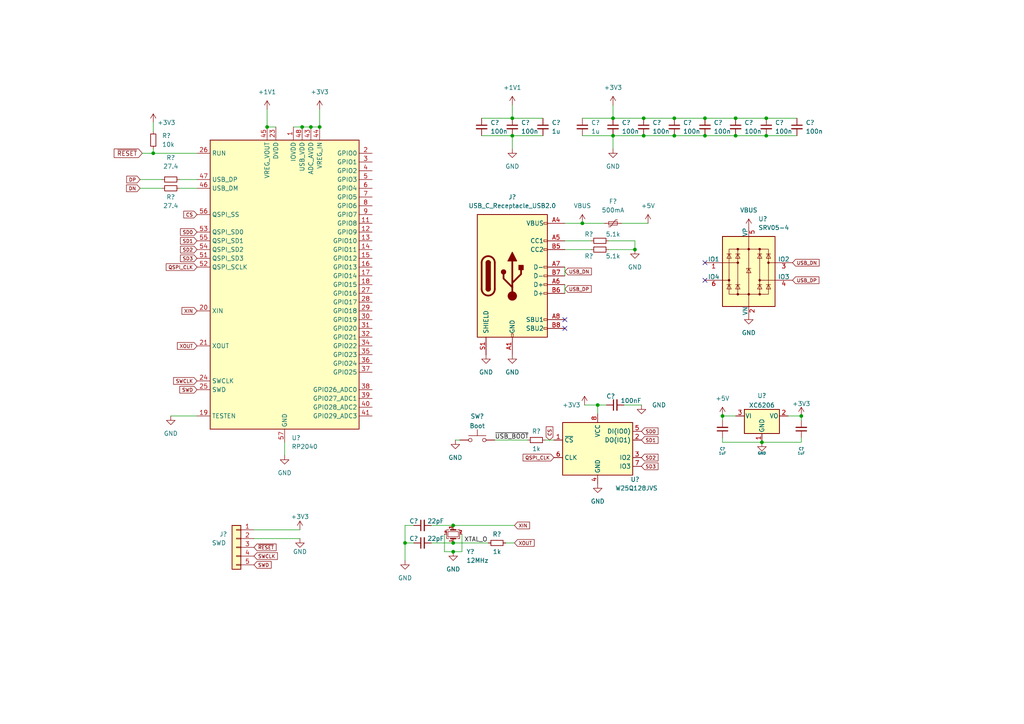
<source format=kicad_sch>
(kicad_sch (version 20211123) (generator eeschema)
  (paper "A4")
  (lib_symbols
    (symbol "Connector:USB_C_Receptacle_USB2.0" (pin_names (offset 1.016))
      (property "Reference" "J" (at -10.16 19.05 0))
      (property "Value" "USB_C_Receptacle_USB2.0" (at 19.05 19.05 0))
      (symbol "USB_C_Receptacle_USB2.0_0_0"
        (rectangle (start -0.254 -17.78) (end 0.254 -16.764))
        (rectangle (start 10.16 -14.986) (end 9.144 -15.494))
        (rectangle (start 10.16 -12.446) (end 9.144 -12.954))
        (rectangle (start 10.16 -4.826) (end 9.144 -5.334))
        (rectangle (start 10.16 -2.286) (end 9.144 -2.794))
        (rectangle (start 10.16 0.254) (end 9.144 -0.254))
        (rectangle (start 10.16 2.794) (end 9.144 2.286))
        (rectangle (start 10.16 7.874) (end 9.144 7.366))
        (rectangle (start 10.16 10.414) (end 9.144 9.906))
        (rectangle (start 10.16 15.494) (end 9.144 14.986))
      )
      (symbol "USB_C_Receptacle_USB2.0_0_1"
        (rectangle (start -10.16 17.78) (end 10.16 -17.78) (stroke (width 0.254)) (fill (type background)))
        (arc (start -8.89 -3.81) (mid -6.985 -5.715) (end -5.08 -3.81) (stroke (width 0.508)))
        (arc (start -7.62 -3.81) (mid -6.985 -4.445) (end -6.35 -3.81) (stroke (width 0.254)))
        (arc (start -7.62 -3.81) (mid -6.985 -4.445) (end -6.35 -3.81) (stroke (width 0.254)) (fill (type outline)))
        (rectangle (start -7.62 -3.81) (end -6.35 3.81) (stroke (width 0.254)) (fill (type outline)))
        (arc (start -6.35 3.81) (mid -6.985 4.445) (end -7.62 3.81) (stroke (width 0.254)))
        (arc (start -6.35 3.81) (mid -6.985 4.445) (end -7.62 3.81) (stroke (width 0.254)) (fill (type outline)))
        (arc (start -5.08 3.81) (mid -6.985 5.715) (end -8.89 3.81) (stroke (width 0.508)))
        (circle (center -2.54 1.143) (radius 0.635) (stroke (width 0.254)) (fill (type outline)))
        (circle (center 0 -5.842) (radius 1.27) (fill (type outline)))
        (polyline (pts (xy -8.89 -3.81) (xy -8.89 3.81)) (stroke (width 0.508)))
        (polyline (pts (xy -5.08 3.81) (xy -5.08 -3.81)) (stroke (width 0.508)))
        (polyline (pts (xy 0 -5.842) (xy 0 4.318)) (stroke (width 0.508)))
        (polyline (pts (xy 0 -3.302) (xy -2.54 -0.762) (xy -2.54 0.508)) (stroke (width 0.508)))
        (polyline (pts (xy 0 -2.032) (xy 2.54 0.508) (xy 2.54 1.778)) (stroke (width 0.508)))
        (polyline (pts (xy -1.27 4.318) (xy 0 6.858) (xy 1.27 4.318) (xy -1.27 4.318)) (stroke (width 0.254)) (fill (type outline)))
        (rectangle (start 1.905 1.778) (end 3.175 3.048) (stroke (width 0.254)) (fill (type outline)))
      )
      (symbol "USB_C_Receptacle_USB2.0_1_1"
        (pin passive line (at 0 -22.86 90) (length 5.08) (name "GND") (number "A1"))
        (pin passive line (at 0 -22.86 90) (length 5.08) hide (name "GND") (number "A12"))
        (pin passive line (at 15.24 15.24 180) (length 5.08) (name "VBUS") (number "A4"))
        (pin bidirectional line (at 15.24 10.16 180) (length 5.08) (name "CC1") (number "A5"))
        (pin bidirectional line (at 15.24 -2.54 180) (length 5.08) (name "D+") (number "A6"))
        (pin bidirectional line (at 15.24 2.54 180) (length 5.08) (name "D-") (number "A7"))
        (pin bidirectional line (at 15.24 -12.7 180) (length 5.08) (name "SBU1") (number "A8"))
        (pin passive line (at 15.24 15.24 180) (length 5.08) hide (name "VBUS") (number "A9"))
        (pin passive line (at 0 -22.86 90) (length 5.08) hide (name "GND") (number "B1"))
        (pin passive line (at 0 -22.86 90) (length 5.08) hide (name "GND") (number "B12"))
        (pin passive line (at 15.24 15.24 180) (length 5.08) hide (name "VBUS") (number "B4"))
        (pin bidirectional line (at 15.24 7.62 180) (length 5.08) (name "CC2") (number "B5"))
        (pin bidirectional line (at 15.24 -5.08 180) (length 5.08) (name "D+") (number "B6"))
        (pin bidirectional line (at 15.24 0 180) (length 5.08) (name "D-") (number "B7"))
        (pin bidirectional line (at 15.24 -15.24 180) (length 5.08) (name "SBU2") (number "B8"))
        (pin passive line (at 15.24 15.24 180) (length 5.08) hide (name "VBUS") (number "B9"))
        (pin passive line (at -7.62 -22.86 90) (length 5.08) (name "SHIELD") (number "S1"))
      )
    )
    (symbol "Connector_Generic:Conn_01x05" (pin_names (offset 1.016) hide)
      (property "Reference" "J" (at 0 7.62 0))
      (property "Value" "Conn_01x05" (at 0 -7.62 0))
      (symbol "Conn_01x05_1_1"
        (rectangle (start -1.27 -4.953) (end 0 -5.207) (stroke (width 0.1524)))
        (rectangle (start -1.27 -2.413) (end 0 -2.667) (stroke (width 0.1524)))
        (rectangle (start -1.27 0.127) (end 0 -0.127) (stroke (width 0.1524)))
        (rectangle (start -1.27 2.667) (end 0 2.413) (stroke (width 0.1524)))
        (rectangle (start -1.27 5.207) (end 0 4.953) (stroke (width 0.1524)))
        (rectangle (start -1.27 6.35) (end 1.27 -6.35) (stroke (width 0.254)) (fill (type background)))
        (pin passive line (at -5.08 5.08 0) (length 3.81) (name "Pin_1") (number "1"))
        (pin passive line (at -5.08 2.54 0) (length 3.81) (name "Pin_2") (number "2"))
        (pin passive line (at -5.08 0 0) (length 3.81) (name "Pin_3") (number "3"))
        (pin passive line (at -5.08 -2.54 0) (length 3.81) (name "Pin_4") (number "4"))
        (pin passive line (at -5.08 -5.08 0) (length 3.81) (name "Pin_5") (number "5"))
      )
    )
    (symbol "Device:C_Small" (pin_numbers hide) (pin_names (offset 0.254) hide)
      (property "Reference" "C" (at 0.254 1.778 0))
      (property "Value" "C_Small" (at 0.254 -2.032 0))
      (symbol "C_Small_0_1"
        (polyline (pts (xy -1.524 -0.508) (xy 1.524 -0.508)) (stroke (width 0.3302)))
        (polyline (pts (xy -1.524 0.508) (xy 1.524 0.508)) (stroke (width 0.3048)))
      )
      (symbol "C_Small_1_1"
        (pin passive line (at 0 2.54 270) (length 2.032) (name "~") (number "1"))
        (pin passive line (at 0 -2.54 90) (length 2.032) (name "~") (number "2"))
      )
    )
    (symbol "Device:Crystal_GND24_Small" (pin_names (offset 1.016) hide)
      (property "Reference" "Y" (at 1.27 4.445 0))
      (property "Value" "Crystal_GND24_Small" (at 1.27 2.54 0))
      (symbol "Crystal_GND24_Small_0_1"
        (rectangle (start -0.762 -1.524) (end 0.762 1.524))
        (polyline (pts (xy -1.27 -0.762) (xy -1.27 0.762)) (stroke (width 0.381)))
        (polyline (pts (xy 1.27 -0.762) (xy 1.27 0.762)) (stroke (width 0.381)))
        (polyline (pts (xy -1.27 -1.27) (xy -1.27 -1.905) (xy 1.27 -1.905) (xy 1.27 -1.27)))
        (polyline (pts (xy -1.27 1.27) (xy -1.27 1.905) (xy 1.27 1.905) (xy 1.27 1.27)))
      )
      (symbol "Crystal_GND24_Small_1_1"
        (pin passive line (at -2.54 0 0) (length 1.27) (name "1") (number "1"))
        (pin passive line (at 0 -2.54 90) (length 0.635) (name "2") (number "2"))
        (pin passive line (at 2.54 0 180) (length 1.27) (name "3") (number "3"))
        (pin passive line (at 0 2.54 270) (length 0.635) (name "4") (number "4"))
      )
    )
    (symbol "Device:Polyfuse_Small" (pin_numbers hide) (pin_names (offset 0))
      (property "Reference" "F" (at -1.905 0 90))
      (property "Value" "Polyfuse_Small" (at 1.905 0 90))
      (symbol "Polyfuse_Small_0_1"
        (rectangle (start -0.508 1.27) (end 0.508 -1.27))
        (polyline (pts (xy 0 2.54) (xy 0 -2.54)))
        (polyline (pts (xy -1.016 1.27) (xy -1.016 0.762) (xy 1.016 -0.762) (xy 1.016 -1.27)))
      )
      (symbol "Polyfuse_Small_1_1"
        (pin passive line (at 0 2.54 270) (length 0.635) (name "~") (number "1"))
        (pin passive line (at 0 -2.54 90) (length 0.635) (name "~") (number "2"))
      )
    )
    (symbol "Device:R_Small" (pin_numbers hide) (pin_names (offset 0.254) hide)
      (property "Reference" "R" (at 0.762 0.508 0))
      (property "Value" "R_Small" (at 0.762 -1.016 0))
      (symbol "R_Small_0_1"
        (rectangle (start -0.762 1.778) (end 0.762 -1.778) (stroke (width 0.2032)))
      )
      (symbol "R_Small_1_1"
        (pin passive line (at 0 2.54 270) (length 0.762) (name "~") (number "1"))
        (pin passive line (at 0 -2.54 90) (length 0.762) (name "~") (number "2"))
      )
    )
    (symbol "MCU_RaspberryPi:RP2040"
      (property "Reference" "U" (at 17.78 45.72 0))
      (property "Value" "RP2040" (at 17.78 43.18 0))
      (symbol "RP2040_0_1"
        (rectangle (start -21.59 41.91) (end 21.59 -41.91) (stroke (width 0.254)) (fill (type background)))
      )
      (symbol "RP2040_1_1"
        (pin power_in line (at 2.54 45.72 270) (length 3.81) (name "IOVDD") (number "1"))
        (pin passive line (at 2.54 45.72 270) (length 3.81) hide (name "IOVDD") (number "10"))
        (pin bidirectional line (at 25.4 17.78 180) (length 3.81) (name "GPIO8") (number "11"))
        (pin bidirectional line (at 25.4 15.24 180) (length 3.81) (name "GPIO9") (number "12"))
        (pin bidirectional line (at 25.4 12.7 180) (length 3.81) (name "GPIO10") (number "13"))
        (pin bidirectional line (at 25.4 10.16 180) (length 3.81) (name "GPIO11") (number "14"))
        (pin bidirectional line (at 25.4 7.62 180) (length 3.81) (name "GPIO12") (number "15"))
        (pin bidirectional line (at 25.4 5.08 180) (length 3.81) (name "GPIO13") (number "16"))
        (pin bidirectional line (at 25.4 2.54 180) (length 3.81) (name "GPIO14") (number "17"))
        (pin bidirectional line (at 25.4 0 180) (length 3.81) (name "GPIO15") (number "18"))
        (pin input line (at -25.4 -38.1 0) (length 3.81) (name "TESTEN") (number "19"))
        (pin bidirectional line (at 25.4 38.1 180) (length 3.81) (name "GPIO0") (number "2"))
        (pin input line (at -25.4 -7.62 0) (length 3.81) (name "XIN") (number "20"))
        (pin passive line (at -25.4 -17.78 0) (length 3.81) (name "XOUT") (number "21"))
        (pin passive line (at 2.54 45.72 270) (length 3.81) hide (name "IOVDD") (number "22"))
        (pin power_in line (at -2.54 45.72 270) (length 3.81) (name "DVDD") (number "23"))
        (pin output line (at -25.4 -27.94 0) (length 3.81) (name "SWCLK") (number "24"))
        (pin bidirectional line (at -25.4 -30.48 0) (length 3.81) (name "SWD") (number "25"))
        (pin input line (at -25.4 38.1 0) (length 3.81) (name "RUN") (number "26"))
        (pin bidirectional line (at 25.4 -2.54 180) (length 3.81) (name "GPIO16") (number "27"))
        (pin bidirectional line (at 25.4 -5.08 180) (length 3.81) (name "GPIO17") (number "28"))
        (pin bidirectional line (at 25.4 -7.62 180) (length 3.81) (name "GPIO18") (number "29"))
        (pin bidirectional line (at 25.4 35.56 180) (length 3.81) (name "GPIO1") (number "3"))
        (pin bidirectional line (at 25.4 -10.16 180) (length 3.81) (name "GPIO19") (number "30"))
        (pin bidirectional line (at 25.4 -12.7 180) (length 3.81) (name "GPIO20") (number "31"))
        (pin bidirectional line (at 25.4 -15.24 180) (length 3.81) (name "GPIO21") (number "32"))
        (pin passive line (at 2.54 45.72 270) (length 3.81) hide (name "IOVDD") (number "33"))
        (pin bidirectional line (at 25.4 -17.78 180) (length 3.81) (name "GPIO22") (number "34"))
        (pin bidirectional line (at 25.4 -20.32 180) (length 3.81) (name "GPIO23") (number "35"))
        (pin bidirectional line (at 25.4 -22.86 180) (length 3.81) (name "GPIO24") (number "36"))
        (pin bidirectional line (at 25.4 -25.4 180) (length 3.81) (name "GPIO25") (number "37"))
        (pin bidirectional line (at 25.4 -30.48 180) (length 3.81) (name "GPIO26_ADC0") (number "38"))
        (pin bidirectional line (at 25.4 -33.02 180) (length 3.81) (name "GPIO27_ADC1") (number "39"))
        (pin bidirectional line (at 25.4 33.02 180) (length 3.81) (name "GPIO2") (number "4"))
        (pin bidirectional line (at 25.4 -35.56 180) (length 3.81) (name "GPIO28_ADC2") (number "40"))
        (pin bidirectional line (at 25.4 -38.1 180) (length 3.81) (name "GPIO29_ADC3") (number "41"))
        (pin passive line (at 2.54 45.72 270) (length 3.81) hide (name "IOVDD") (number "42"))
        (pin power_in line (at 7.62 45.72 270) (length 3.81) (name "ADC_AVDD") (number "43"))
        (pin power_in line (at 10.16 45.72 270) (length 3.81) (name "VREG_IN") (number "44"))
        (pin power_out line (at -5.08 45.72 270) (length 3.81) (name "VREG_VOUT") (number "45"))
        (pin bidirectional line (at -25.4 27.94 0) (length 3.81) (name "USB_DM") (number "46"))
        (pin bidirectional line (at -25.4 30.48 0) (length 3.81) (name "USB_DP") (number "47"))
        (pin power_in line (at 5.08 45.72 270) (length 3.81) (name "USB_VDD") (number "48"))
        (pin passive line (at 2.54 45.72 270) (length 3.81) hide (name "IOVDD") (number "49"))
        (pin bidirectional line (at 25.4 30.48 180) (length 3.81) (name "GPIO3") (number "5"))
        (pin passive line (at -2.54 45.72 270) (length 3.81) hide (name "DVDD") (number "50"))
        (pin bidirectional line (at -25.4 7.62 0) (length 3.81) (name "QSPI_SD3") (number "51"))
        (pin output line (at -25.4 5.08 0) (length 3.81) (name "QSPI_SCLK") (number "52"))
        (pin bidirectional line (at -25.4 15.24 0) (length 3.81) (name "QSPI_SD0") (number "53"))
        (pin bidirectional line (at -25.4 10.16 0) (length 3.81) (name "QSPI_SD2") (number "54"))
        (pin bidirectional line (at -25.4 12.7 0) (length 3.81) (name "QSPI_SD1") (number "55"))
        (pin bidirectional line (at -25.4 20.32 0) (length 3.81) (name "QSPI_SS") (number "56"))
        (pin power_in line (at 0 -45.72 90) (length 3.81) (name "GND") (number "57"))
        (pin bidirectional line (at 25.4 27.94 180) (length 3.81) (name "GPIO4") (number "6"))
        (pin bidirectional line (at 25.4 25.4 180) (length 3.81) (name "GPIO5") (number "7"))
        (pin bidirectional line (at 25.4 22.86 180) (length 3.81) (name "GPIO6") (number "8"))
        (pin bidirectional line (at 25.4 20.32 180) (length 3.81) (name "GPIO7") (number "9"))
      )
    )
    (symbol "Memory_Flash:W25Q128JVS"
      (property "Reference" "U" (at -8.89 8.89 0))
      (property "Value" "W25Q128JVS" (at 7.62 8.89 0))
      (symbol "W25Q128JVS_0_1"
        (rectangle (start -10.16 7.62) (end 10.16 -7.62) (stroke (width 0.254)) (fill (type background)))
      )
      (symbol "W25Q128JVS_1_1"
        (pin input line (at -12.7 2.54 0) (length 2.54) (name "~{CS}") (number "1"))
        (pin bidirectional line (at 12.7 2.54 180) (length 2.54) (name "DO(IO1)") (number "2"))
        (pin bidirectional line (at 12.7 -2.54 180) (length 2.54) (name "IO2") (number "3"))
        (pin power_in line (at 0 -10.16 90) (length 2.54) (name "GND") (number "4"))
        (pin bidirectional line (at 12.7 5.08 180) (length 2.54) (name "DI(IO0)") (number "5"))
        (pin input line (at -12.7 -2.54 0) (length 2.54) (name "CLK") (number "6"))
        (pin bidirectional line (at 12.7 -5.08 180) (length 2.54) (name "IO3") (number "7"))
        (pin power_in line (at 0 10.16 270) (length 2.54) (name "VCC") (number "8"))
      )
    )
    (symbol "Regulator_Linear:XC6206PxxxMR" (pin_names (offset 0.254))
      (property "Reference" "U" (at -3.81 3.175 0))
      (property "Value" "XC6206PxxxMR" (at 0 3.175 0))
      (symbol "XC6206PxxxMR_0_1"
        (rectangle (start -5.08 1.905) (end 5.08 -5.08) (stroke (width 0.254)) (fill (type background)))
      )
      (symbol "XC6206PxxxMR_1_1"
        (pin power_in line (at 0 -7.62 90) (length 2.54) (name "GND") (number "1"))
        (pin power_out line (at 7.62 0 180) (length 2.54) (name "VO") (number "2"))
        (pin power_in line (at -7.62 0 0) (length 2.54) (name "VI") (number "3"))
      )
    )
    (symbol "Switch:SW_Push" (pin_numbers hide) (pin_names (offset 1.016) hide)
      (property "Reference" "SW" (at 1.27 2.54 0))
      (property "Value" "SW_Push" (at 0 -1.524 0))
      (symbol "SW_Push_0_1"
        (circle (center -2.032 0) (radius 0.508))
        (polyline (pts (xy 0 1.27) (xy 0 3.048)))
        (polyline (pts (xy 2.54 1.27) (xy -2.54 1.27)))
        (circle (center 2.032 0) (radius 0.508))
        (pin passive line (at -5.08 0 0) (length 2.54) (name "1") (number "1"))
        (pin passive line (at 5.08 0 180) (length 2.54) (name "2") (number "2"))
      )
    )
    (symbol "marbastlib-various:SRV05-4" (pin_names (offset 0))
      (property "Reference" "U" (at -5.08 11.43 0))
      (property "Value" "SRV05-4" (at 2.54 11.43 0))
      (symbol "SRV05-4_0_0"
        (rectangle (start -5.715 6.477) (end 5.715 -6.604))
        (polyline (pts (xy -3.175 -6.604) (xy -3.175 6.477)))
        (polyline (pts (xy 3.175 6.477) (xy 3.175 -6.604)))
      )
      (symbol "SRV05-4_0_1"
        (rectangle (start -7.62 10.16) (end 7.62 -10.16) (stroke (width 0.254)) (fill (type background)))
        (circle (center -5.715 -2.54) (radius 0.2794) (fill (type outline)))
        (circle (center -3.175 -6.604) (radius 0.2794) (fill (type outline)))
        (circle (center -3.175 2.54) (radius 0.2794) (fill (type outline)))
        (circle (center -3.175 6.477) (radius 0.2794) (fill (type outline)))
        (circle (center 0 -6.604) (radius 0.2794) (fill (type outline)))
        (polyline (pts (xy -7.747 2.54) (xy -3.175 2.54)))
        (polyline (pts (xy -7.62 -2.54) (xy -5.715 -2.54)))
        (polyline (pts (xy -5.08 -3.81) (xy -6.35 -3.81)))
        (polyline (pts (xy -5.08 5.08) (xy -6.35 5.08)))
        (polyline (pts (xy -2.54 -3.81) (xy -3.81 -3.81)))
        (polyline (pts (xy -2.54 5.08) (xy -3.81 5.08)))
        (polyline (pts (xy 0 10.16) (xy 0 -10.16)))
        (polyline (pts (xy 3.81 -3.81) (xy 2.54 -3.81)))
        (polyline (pts (xy 3.81 5.08) (xy 2.54 5.08)))
        (polyline (pts (xy 6.35 -3.81) (xy 5.08 -3.81)))
        (polyline (pts (xy 6.35 5.08) (xy 5.08 5.08)))
        (polyline (pts (xy 7.62 -2.54) (xy 3.175 -2.54)))
        (polyline (pts (xy 7.62 2.54) (xy 5.715 2.54)))
        (polyline (pts (xy 0.635 0.889) (xy -0.635 0.889) (xy -0.635 0.635)))
        (polyline (pts (xy -5.08 -5.08) (xy -6.35 -5.08) (xy -5.715 -3.81) (xy -5.08 -5.08)))
        (polyline (pts (xy -5.08 3.81) (xy -6.35 3.81) (xy -5.715 5.08) (xy -5.08 3.81)))
        (polyline (pts (xy -2.54 -5.08) (xy -3.81 -5.08) (xy -3.175 -3.81) (xy -2.54 -5.08)))
        (polyline (pts (xy -2.54 3.81) (xy -3.81 3.81) (xy -3.175 5.08) (xy -2.54 3.81)))
        (polyline (pts (xy 0.635 -0.381) (xy -0.635 -0.381) (xy 0 0.889) (xy 0.635 -0.381)))
        (polyline (pts (xy 3.81 -5.08) (xy 2.54 -5.08) (xy 3.175 -3.81) (xy 3.81 -5.08)))
        (polyline (pts (xy 3.81 3.81) (xy 2.54 3.81) (xy 3.175 5.08) (xy 3.81 3.81)))
        (polyline (pts (xy 6.35 -5.08) (xy 5.08 -5.08) (xy 5.715 -3.81) (xy 6.35 -5.08)))
        (polyline (pts (xy 6.35 3.81) (xy 5.08 3.81) (xy 5.715 5.08) (xy 6.35 3.81)))
        (circle (center 0 6.477) (radius 0.2794) (fill (type outline)))
        (circle (center 3.175 -6.604) (radius 0.2794) (fill (type outline)))
        (circle (center 3.175 -2.54) (radius 0.2794) (fill (type outline)))
        (circle (center 3.175 6.477) (radius 0.2794) (fill (type outline)))
        (circle (center 5.715 2.54) (radius 0.2794) (fill (type outline)))
      )
      (symbol "SRV05-4_1_1"
        (pin passive line (at -12.7 2.54 0) (length 5.08) (name "IO1") (number "1"))
        (pin passive line (at 0 -12.7 90) (length 2.54) (name "VN") (number "2"))
        (pin passive line (at 12.7 2.54 180) (length 5.08) (name "IO2") (number "3"))
        (pin passive line (at 12.7 -2.54 180) (length 5.08) (name "IO3") (number "4"))
        (pin passive line (at 0 12.7 270) (length 2.54) (name "VP") (number "5"))
        (pin passive line (at -12.7 -2.54 0) (length 5.08) (name "IO4") (number "6"))
      )
    )
    (symbol "power:+1V1" (power) (pin_names (offset 0))
      (property "Value" "+1V1" (at 0 3.556 0))
      (symbol "+1V1_0_1"
        (polyline (pts (xy -0.762 1.27) (xy 0 2.54)))
        (polyline (pts (xy 0 0) (xy 0 2.54)))
        (polyline (pts (xy 0 2.54) (xy 0.762 1.27)))
      )
      (symbol "+1V1_1_1"
        (pin power_in line (at 0 0 90) (length 0) hide (name "+1V1") (number "1"))
      )
    )
    (symbol "power:+3.3V" (power) (pin_names (offset 0))
      (property "Value" "+3.3V" (at 0 3.556 0))
      (symbol "+3.3V_0_1"
        (polyline (pts (xy -0.762 1.27) (xy 0 2.54)))
        (polyline (pts (xy 0 0) (xy 0 2.54)))
        (polyline (pts (xy 0 2.54) (xy 0.762 1.27)))
      )
      (symbol "+3.3V_1_1"
        (pin power_in line (at 0 0 90) (length 0) hide (name "+3V3") (number "1"))
      )
    )
    (symbol "power:+3V3" (power) (pin_names (offset 0))
      (property "Value" "+3V3" (at 0 3.556 0))
      (symbol "+3V3_0_1"
        (polyline (pts (xy -0.762 1.27) (xy 0 2.54)))
        (polyline (pts (xy 0 0) (xy 0 2.54)))
        (polyline (pts (xy 0 2.54) (xy 0.762 1.27)))
      )
      (symbol "+3V3_1_1"
        (pin power_in line (at 0 0 90) (length 0) hide (name "+3V3") (number "1"))
      )
    )
    (symbol "power:+5V" (power) (pin_names (offset 0))
      (property "Value" "+5V" (at 0 3.556 0))
      (symbol "+5V_0_1"
        (polyline (pts (xy -0.762 1.27) (xy 0 2.54)))
        (polyline (pts (xy 0 0) (xy 0 2.54)))
        (polyline (pts (xy 0 2.54) (xy 0.762 1.27)))
      )
      (symbol "+5V_1_1"
        (pin power_in line (at 0 0 90) (length 0) hide (name "+5V") (number "1"))
      )
    )
    (symbol "power:GND" (power) (pin_names (offset 0))
      (property "Value" "GND" (at 0 -3.81 0))
      (symbol "GND_0_1"
        (polyline (pts (xy 0 0) (xy 0 -1.27) (xy 1.27 -1.27) (xy 0 -2.54) (xy -1.27 -1.27) (xy 0 -1.27)))
      )
      (symbol "GND_1_1"
        (pin power_in line (at 0 0 270) (length 0) hide (name "GND") (number "1"))
      )
    )
    (symbol "power:VBUS" (power) (pin_names (offset 0))
      (property "Value" "VBUS" (at 0 3.81 0))
      (symbol "VBUS_0_1"
        (polyline (pts (xy -0.762 1.27) (xy 0 2.54)))
        (polyline (pts (xy 0 0) (xy 0 2.54)))
        (polyline (pts (xy 0 2.54) (xy 0.762 1.27)))
      )
      (symbol "VBUS_1_1"
        (pin power_in line (at 0 0 90) (length 0) hide (name "VBUS") (number "1"))
      )
    )
  )
  (junction (at 195.58 39.37))
  (junction (at 131.445 152.4))
  (junction (at 209.55 120.65) (diameter 0.9144))
  (junction (at 222.25 34.29))
  (junction (at 168.91 64.77))
  (junction (at 213.36 34.29))
  (junction (at 148.59 39.37))
  (junction (at 186.69 39.37))
  (junction (at 131.445 160.02))
  (junction (at 177.8 39.37))
  (junction (at 222.25 39.37))
  (junction (at 77.47 36.83))
  (junction (at 87.63 36.83))
  (junction (at 44.45 44.45))
  (junction (at 186.69 34.29))
  (junction (at 90.17 36.83))
  (junction (at 220.98 128.27) (diameter 0.9144))
  (junction (at 177.8 34.29))
  (junction (at 117.475 157.48))
  (junction (at 204.47 34.29))
  (junction (at 131.445 157.48))
  (junction (at 148.59 34.29))
  (junction (at 204.47 39.37))
  (junction (at 173.355 117.475))
  (junction (at 92.71 36.83))
  (junction (at 195.58 34.29))
  (junction (at 213.36 39.37))
  (junction (at 184.15 72.39))
  (junction (at 232.41 120.65) (diameter 0.9144))
  (no_connect (at 204.47 81.28))
  (no_connect (at 163.83 92.71))
  (no_connect (at 163.83 95.25))
  (no_connect (at 204.47 76.2))
  (wire (pts (xy 139.7 39.37) (xy 148.59 39.37)))
  (wire (pts (xy 195.58 34.29) (xy 204.47 34.29)))
  (wire (pts (xy 173.355 117.475) (xy 173.355 120.015)))
  (wire (pts (xy 44.45 35.56) (xy 44.45 38.1)))
  (wire (pts (xy 40.64 54.61) (xy 46.99 54.61)))
  (wire (pts (xy 148.59 39.37) (xy 157.48 39.37)))
  (wire (pts (xy 163.83 69.85) (xy 171.45 69.85)))
  (wire (pts (xy 222.25 34.29) (xy 231.14 34.29)))
  (wire (pts (xy 177.8 34.29) (xy 186.69 34.29)))
  (wire (pts (xy 41.275 44.45) (xy 44.45 44.45)))
  (wire (pts (xy 120.015 152.4) (xy 117.475 152.4)))
  (wire (pts (xy 148.59 30.48) (xy 148.59 34.29)))
  (wire (pts (xy 176.53 72.39) (xy 184.15 72.39)))
  (wire (pts (xy 131.445 152.4) (xy 149.225 152.4)))
  (wire (pts (xy 73.66 156.21) (xy 86.995 156.21)))
  (wire (pts (xy 186.69 34.29) (xy 195.58 34.29)))
  (wire (pts (xy 168.91 39.37) (xy 177.8 39.37)))
  (wire (pts (xy 128.905 154.94) (xy 128.905 160.02)))
  (wire (pts (xy 176.53 69.85) (xy 184.15 69.85)))
  (wire (pts (xy 169.545 117.475) (xy 173.355 117.475)))
  (wire (pts (xy 220.98 128.27) (xy 209.55 128.27)))
  (wire (pts (xy 222.25 39.37) (xy 231.14 39.37)))
  (wire (pts (xy 117.475 157.48) (xy 117.475 162.56)))
  (wire (pts (xy 209.55 120.65) (xy 209.55 121.92)))
  (wire (pts (xy 168.91 64.77) (xy 175.26 64.77)))
  (wire (pts (xy 163.83 77.47) (xy 163.83 80.01)))
  (wire (pts (xy 204.47 39.37) (xy 213.36 39.37)))
  (wire (pts (xy 209.55 127) (xy 209.55 128.27)))
  (wire (pts (xy 209.55 120.65) (xy 213.36 120.65)))
  (wire (pts (xy 163.83 82.55) (xy 163.83 85.09)))
  (wire (pts (xy 125.095 152.4) (xy 131.445 152.4)))
  (wire (pts (xy 177.8 39.37) (xy 186.69 39.37)))
  (wire (pts (xy 186.69 39.37) (xy 195.58 39.37)))
  (wire (pts (xy 148.59 34.29) (xy 157.48 34.29)))
  (wire (pts (xy 146.685 157.48) (xy 149.225 157.48)))
  (wire (pts (xy 195.58 39.37) (xy 204.47 39.37)))
  (wire (pts (xy 143.51 127.635) (xy 153.035 127.635)))
  (wire (pts (xy 177.8 30.48) (xy 177.8 34.29)))
  (wire (pts (xy 213.36 39.37) (xy 222.25 39.37)))
  (wire (pts (xy 228.6 120.65) (xy 232.41 120.65)))
  (wire (pts (xy 163.83 64.77) (xy 168.91 64.77)))
  (wire (pts (xy 77.47 36.83) (xy 77.47 31.75)))
  (wire (pts (xy 52.07 54.61) (xy 57.15 54.61)))
  (wire (pts (xy 128.905 160.02) (xy 131.445 160.02)))
  (wire (pts (xy 49.53 120.65) (xy 57.15 120.65)))
  (wire (pts (xy 232.41 127) (xy 232.41 128.27)))
  (wire (pts (xy 184.15 69.85) (xy 184.15 72.39)))
  (wire (pts (xy 82.55 128.27) (xy 82.55 132.08)))
  (wire (pts (xy 92.71 36.83) (xy 92.71 31.75)))
  (wire (pts (xy 180.34 64.77) (xy 187.96 64.77)))
  (wire (pts (xy 87.63 36.83) (xy 90.17 36.83)))
  (wire (pts (xy 180.975 117.475) (xy 186.055 117.475)))
  (wire (pts (xy 133.985 160.02) (xy 131.445 160.02)))
  (wire (pts (xy 204.47 34.29) (xy 213.36 34.29)))
  (wire (pts (xy 139.7 34.29) (xy 148.59 34.29)))
  (wire (pts (xy 132.08 127.635) (xy 133.35 127.635)))
  (wire (pts (xy 117.475 152.4) (xy 117.475 157.48)))
  (wire (pts (xy 85.09 36.83) (xy 87.63 36.83)))
  (wire (pts (xy 163.83 72.39) (xy 171.45 72.39)))
  (wire (pts (xy 86.995 153.67) (xy 73.66 153.67)))
  (wire (pts (xy 40.64 52.07) (xy 46.99 52.07)))
  (wire (pts (xy 44.45 44.45) (xy 57.15 44.45)))
  (wire (pts (xy 133.985 154.94) (xy 133.985 160.02)))
  (wire (pts (xy 173.355 117.475) (xy 175.895 117.475)))
  (wire (pts (xy 148.59 39.37) (xy 148.59 43.18)))
  (wire (pts (xy 90.17 36.83) (xy 92.71 36.83)))
  (wire (pts (xy 213.36 34.29) (xy 222.25 34.29)))
  (wire (pts (xy 52.07 52.07) (xy 57.15 52.07)))
  (wire (pts (xy 131.445 157.48) (xy 141.605 157.48)))
  (wire (pts (xy 80.01 36.83) (xy 77.47 36.83)))
  (wire (pts (xy 220.98 128.27) (xy 232.41 128.27)))
  (wire (pts (xy 232.41 120.65) (xy 232.41 121.92)))
  (wire (pts (xy 168.91 34.29) (xy 177.8 34.29)))
  (wire (pts (xy 177.8 39.37) (xy 177.8 43.18)))
  (wire (pts (xy 125.095 157.48) (xy 131.445 157.48)))
  (wire (pts (xy 158.115 127.635) (xy 160.655 127.635)))
  (wire (pts (xy 44.45 43.18) (xy 44.45 44.45)))
  (wire (pts (xy 117.475 157.48) (xy 120.015 157.48)))
  (label "XTAL_O" (at 134.62 157.48 0))
  (label "~{USB_BOOT}" (at 143.51 127.635 0))
  (global_label "XIN" (shape input) (at 149.225 152.4 0) (effects (font (size 1 1))) (property "Intersheet References" "${INTERSHEET_REFS}" (effects hide)))
  (global_label "SD1" (shape input) (at 57.15 69.85 180) (effects (font (size 1 1))) (property "Intersheet References" "${INTERSHEET_REFS}" (effects hide)))
  (global_label "CS" (shape input) (at 57.15 62.23 180) (effects (font (size 1 1))) (property "Intersheet References" "${INTERSHEET_REFS}" (effects hide)))
  (global_label "DP" (shape input) (at 40.64 52.07 180) (effects (font (size 1 1))) (property "Intersheet References" "${INTERSHEET_REFS}" (effects hide)))
  (global_label "XOUT" (shape input) (at 149.225 157.48 0) (effects (font (size 1 1))) (property "Intersheet References" "${INTERSHEET_REFS}" (effects hide)))
  (global_label "SWCLK" (shape input) (at 57.15 110.49 180) (effects (font (size 1 1))) (property "Intersheet References" "${INTERSHEET_REFS}" (effects hide)))
  (global_label "CS" (shape input) (at 159.385 127.635 90) (effects (font (size 1 1))) (property "Intersheet References" "${INTERSHEET_REFS}" (effects hide)))
  (global_label "SD0" (shape input) (at 186.055 125.095 0) (effects (font (size 1 1))) (property "Intersheet References" "${INTERSHEET_REFS}" (effects hide)))
  (global_label "USB_DN" (shape input) (at 163.83 78.74 0) (effects (font (size 1 1))) (property "Intersheet References" "${INTERSHEET_REFS}" (effects hide)))
  (global_label "XIN" (shape input) (at 57.15 90.17 180) (effects (font (size 1 1))) (property "Intersheet References" "${INTERSHEET_REFS}" (effects hide)))
  (global_label "DN" (shape input) (at 40.64 54.61 180) (effects (font (size 1 1))) (property "Intersheet References" "${INTERSHEET_REFS}" (effects hide)))
  (global_label "SWD" (shape input) (at 57.15 113.03 180) (effects (font (size 1 1))) (property "Intersheet References" "${INTERSHEET_REFS}" (effects hide)))
  (global_label "SWD" (shape input) (at 73.66 163.83 0) (effects (font (size 1 1))) (property "Intersheet References" "${INTERSHEET_REFS}" (effects hide)))
  (global_label "~{RESET}" (shape input) (at 41.275 44.45 180) (property "Intersheet References" "${INTERSHEET_REFS}" (effects hide)))
  (global_label "QSPI_CLK" (shape input) (at 57.15 77.47 180) (effects (font (size 1 1))) (property "Intersheet References" "${INTERSHEET_REFS}" (effects hide)))
  (global_label "USB_DP" (shape input) (at 229.87 81.28 0) (effects (font (size 1 1))) (property "Intersheet References" "${INTERSHEET_REFS}" (effects hide)))
  (global_label "SD2" (shape input) (at 57.15 72.39 180) (effects (font (size 1 1))) (property "Intersheet References" "${INTERSHEET_REFS}" (effects hide)))
  (global_label "~{RESET}" (shape input) (at 73.66 158.75 0) (effects (font (size 1 1))) (property "Intersheet References" "${INTERSHEET_REFS}" (effects hide)))
  (global_label "SWCLK" (shape input) (at 73.66 161.29 0) (effects (font (size 1 1))) (property "Intersheet References" "${INTERSHEET_REFS}" (effects hide)))
  (global_label "SD3" (shape input) (at 57.15 74.93 180) (effects (font (size 1 1))) (property "Intersheet References" "${INTERSHEET_REFS}" (effects hide)))
  (global_label "SD3" (shape input) (at 186.055 135.255 0) (effects (font (size 1 1))) (property "Intersheet References" "${INTERSHEET_REFS}" (effects hide)))
  (global_label "QSPI_CLK" (shape input) (at 160.655 132.715 180) (effects (font (size 1 1))) (property "Intersheet References" "${INTERSHEET_REFS}" (effects hide)))
  (global_label "SD0" (shape input) (at 57.15 67.31 180) (effects (font (size 1 1))) (property "Intersheet References" "${INTERSHEET_REFS}" (effects hide)))
  (global_label "SD2" (shape input) (at 186.055 132.715 0) (effects (font (size 1 1))) (property "Intersheet References" "${INTERSHEET_REFS}" (effects hide)))
  (global_label "SD1" (shape input) (at 186.055 127.635 0) (effects (font (size 1 1))) (property "Intersheet References" "${INTERSHEET_REFS}" (effects hide)))
  (global_label "USB_DN" (shape input) (at 229.87 76.2 0) (effects (font (size 1 1))) (property "Intersheet References" "${INTERSHEET_REFS}" (effects hide)))
  (global_label "XOUT" (shape input) (at 57.15 100.33 180) (effects (font (size 1 1))) (property "Intersheet References" "${INTERSHEET_REFS}" (effects hide)))
  (global_label "USB_DP" (shape input) (at 163.83 83.82 0) (effects (font (size 1 1))) (property "Intersheet References" "${INTERSHEET_REFS}" (effects hide)))
  (symbol (lib_id "power:+1V1") (at 148.59 30.48 0) (unit 1)
    (property "Reference" "#PWR?" (effects hide))
    (property "Value" "+1V1" (at 148.59 25.4 0))
  )
  (symbol (lib_id "Device:C_Small") (at 195.58 36.83 0) (unit 1)
    (property "Reference" "C?" (at 198.12 35.5662 0) (effects (justify left)))
    (property "Value" "100n" (at 198.12 38.1062 0) (effects (justify left)))
  )
  (symbol (lib_id "Device:Crystal_GND24_Small") (at 131.445 154.94 90) (unit 1)
    (property "Reference" "Y?" (at 135.255 160.02 90) (effects (justify right)))
    (property "Value" "12MHz" (at 135.255 162.56 90) (effects (justify right)))
    (property "Footprint" "Crystal:Crystal_SMD_3225-4Pin_3.2x2.5mm" (effects hide))
    (property "LCSC" "C9002" (effects hide))
  )
  (symbol (lib_id "Device:C_Small") (at 204.47 36.83 0) (unit 1)
    (property "Reference" "C?" (at 207.01 35.5662 0) (effects (justify left)))
    (property "Value" "100n" (at 207.01 38.1062 0) (effects (justify left)))
  )
  (symbol (lib_id "power:GND") (at 82.55 132.08 0) (unit 1)
    (property "Reference" "#PWR?" (effects hide))
    (property "Value" "GND" (at 82.55 137.16 0))
  )
  (symbol (lib_id "power:+3V3") (at 44.45 35.56 0) (unit 1)
    (property "Reference" "#PWR?" (effects hide))
    (property "Value" "+3V3" (at 48.26 35.56 0))
  )
  (symbol (lib_id "Device:R_Small") (at 49.53 54.61 270) (unit 1)
    (property "Reference" "R?" (at 49.53 57.15 90))
    (property "Value" "27.4" (at 49.53 59.69 90))
  )
  (symbol (lib_id "Connector:USB_C_Receptacle_USB2.0") (at 148.59 80.01 0) (unit 1)
    (property "Reference" "J?" (at 148.59 57.15 0))
    (property "Value" "USB_C_Receptacle_USB2.0" (at 148.59 59.69 0))
    (property "Datasheet" "https://www.usb.org/sites/default/files/documents/usb_type-c.zip" (effects hide))
  )
  (symbol (lib_id "Device:C_Small") (at 168.91 36.83 0) (unit 1)
    (property "Reference" "C?" (at 171.45 35.5662 0) (effects (justify left)))
    (property "Value" "1u" (at 171.45 38.1062 0) (effects (justify left)))
  )
  (symbol (lib_id "power:+5V") (at 187.96 64.77 0) (unit 1)
    (property "Reference" "#PWR?" (effects hide))
    (property "Value" "+5V" (at 187.96 59.69 0))
  )
  (symbol (lib_id "Device:C_Small") (at 222.25 36.83 0) (unit 1)
    (property "Reference" "C?" (at 224.79 35.5662 0) (effects (justify left)))
    (property "Value" "100n" (at 224.79 38.1062 0) (effects (justify left)))
  )
  (symbol (lib_id "power:GND") (at 86.995 156.21 0) (unit 1)
    (property "Reference" "#PWR?" (effects hide))
    (property "Value" "GND" (at 86.995 160.02 0))
  )
  (symbol (lib_id "power:GND") (at 49.53 120.65 0) (unit 1)
    (property "Reference" "#PWR?" (effects hide))
    (property "Value" "GND" (at 49.53 125.73 0))
  )
  (symbol (lib_id "Device:Polyfuse_Small") (at 177.8 64.77 90) (unit 1)
    (property "Reference" "F?" (at 177.8 58.42 90))
    (property "Value" "500mA" (at 177.8 60.96 90))
  )
  (symbol (lib_id "Device:C_Small") (at 186.69 36.83 0) (unit 1)
    (property "Reference" "C?" (at 189.23 35.5662 0) (effects (justify left)))
    (property "Value" "100n" (at 189.23 38.1062 0) (effects (justify left)))
  )
  (symbol (lib_id "power:+3V3") (at 92.71 31.75 0) (unit 1)
    (property "Reference" "#PWR?" (effects hide))
    (property "Value" "+3V3" (at 92.71 26.67 0))
  )
  (symbol (lib_id "Device:R_Small") (at 155.575 127.635 90) (unit 1)
    (property "Reference" "R?" (at 155.575 125.095 90))
    (property "Value" "1k" (at 155.575 130.175 90))
    (property "Footprint" "Resistor_SMD:R_0402_1005Metric" (effects hide))
    (property "LCSC" "C11702" (effects hide))
  )
  (symbol (lib_id "Device:C_Small") (at 232.41 124.46 180) (unit 1)
    (property "Reference" "C?" (at 232.41 130.175 0) (effects (font (size 0.762 0.762))))
    (property "Value" "1uF" (at 232.41 131.445 0) (effects (font (size 0.762 0.762))))
    (property "Footprint" "Capacitor_SMD:C_0402_1005Metric" (effects hide))
    (property "LCSC" "C52923" (effects hide))
  )
  (symbol (lib_id "power:+1V1") (at 77.47 31.75 0) (unit 1)
    (property "Reference" "#PWR?" (effects hide))
    (property "Value" "+1V1" (at 77.47 26.67 0))
  )
  (symbol (lib_id "power:GND") (at 220.98 128.27 0) (unit 1)
    (property "Reference" "#PWR?" (effects hide))
    (property "Value" "GND" (at 220.98 131.445 0) (effects (font (size 0.762 0.762))))
  )
  (symbol (lib_id "Memory_Flash:W25Q128JVS") (at 173.355 130.175 0) (unit 1)
    (property "Reference" "U?" (at 182.88 139.065 0) (effects (justify left)))
    (property "Value" "W25Q128JVS" (at 178.435 141.605 0) (effects (justify left)))
    (property "Footprint" "Package_SO:SOIC-8_5.23x5.23mm_P1.27mm" (effects hide))
    (property "Datasheet" "http://www.winbond.com/resource-files/w25q128jv_dtr%20revc%2003272018%20plus.pdf" (effects hide))
    (property "LCSC" "C97521" (effects hide))
  )
  (symbol (lib_id "power:+3V3") (at 86.995 153.67 0) (unit 1)
    (property "Reference" "#PWR?" (effects hide))
    (property "Value" "+3V3" (at 86.995 149.86 0))
  )
  (symbol (lib_id "power:GND") (at 140.97 102.87 0) (unit 1)
    (property "Reference" "#PWR?" (effects hide))
    (property "Value" "GND" (at 140.97 107.95 0))
  )
  (symbol (lib_id "Device:C_Small") (at 148.59 36.83 0) (unit 1)
    (property "Reference" "C?" (at 151.13 35.5662 0) (effects (justify left)))
    (property "Value" "100n" (at 151.13 38.1062 0) (effects (justify left)))
  )
  (symbol (lib_id "power:GND") (at 184.15 72.39 0) (unit 1)
    (property "Reference" "#PWR?" (effects hide))
    (property "Value" "GND" (at 184.15 77.47 0))
  )
  (symbol (lib_id "marbastlib-various:SRV05-4") (at 217.17 78.74 0) (unit 1)
    (property "Reference" "U?" (at 219.9387 63.5 0) (effects (justify left)))
    (property "Value" "SRV05-4" (at 219.9387 66.04 0) (effects (justify left)))
    (property "Footprint" "marbastlib-various:SOT-23-6-routable" (effects hide))
    (property "Datasheet" "http://www.onsemi.com/pub/Collateral/SRV05-4-D.PDF" (effects hide))
  )
  (symbol (lib_id "Device:C_Small") (at 209.55 124.46 180) (unit 1)
    (property "Reference" "C?" (at 209.55 130.175 0) (effects (font (size 0.762 0.762))))
    (property "Value" "1uF" (at 209.55 131.445 0) (effects (font (size 0.762 0.762))))
    (property "Footprint" "Capacitor_SMD:C_0402_1005Metric" (effects hide))
    (property "LCSC" "C52923" (effects hide))
  )
  (symbol (lib_id "power:VBUS") (at 168.91 64.77 0) (unit 1)
    (property "Reference" "#PWR?" (effects hide))
    (property "Value" "VBUS" (at 168.91 59.69 0))
  )
  (symbol (lib_id "power:GND") (at 217.17 91.44 0) (unit 1)
    (property "Reference" "#PWR?" (effects hide))
    (property "Value" "GND" (at 217.17 96.52 0))
  )
  (symbol (lib_id "power:GND") (at 148.59 102.87 0) (unit 1)
    (property "Reference" "#PWR?" (effects hide))
    (property "Value" "GND" (at 148.59 107.95 0))
  )
  (symbol (lib_id "MCU_RaspberryPi:RP2040") (at 82.55 82.55 0) (unit 1)
    (property "Reference" "U?" (at 84.5694 127 0) (effects (justify left)))
    (property "Value" "RP2040" (at 84.5694 129.54 0) (effects (justify left)))
    (property "Footprint" "Package_DFN_QFN:QFN-56-1EP_7x7mm_P0.4mm_EP3.2x3.2mm" (effects hide))
    (property "Datasheet" "https://datasheets.raspberrypi.com/rp2040/rp2040-datasheet.pdf" (effects hide))
  )
  (symbol (lib_id "power:GND") (at 177.8 43.18 0) (unit 1)
    (property "Reference" "#PWR?" (effects hide))
    (property "Value" "GND" (at 177.8 48.26 0))
  )
  (symbol (lib_id "Device:R_Small") (at 173.99 69.85 90) (unit 1)
    (property "Reference" "R?" (at 170.815 67.945 90))
    (property "Value" "5.1k" (at 177.8 67.945 90))
  )
  (symbol (lib_id "Regulator_Linear:XC6206PxxxMR") (at 220.98 120.65 0) (unit 1)
    (property "Reference" "U?" (at 220.98 114.7785 0))
    (property "Value" "XC6206" (at 220.98 117.5536 0))
    (property "Footprint" "Package_TO_SOT_SMD:SOT-23" (effects hide))
    (property "Datasheet" "https://www.torexsemi.com/file/xc6206/XC6206.pdf" (effects hide))
    (property "LCSC" "C5446" (effects hide))
  )
  (symbol (lib_id "Device:R_Small") (at 44.45 40.64 0) (unit 1)
    (property "Reference" "R?" (at 46.99 39.3699 0) (effects (justify left)))
    (property "Value" "10k" (at 46.99 41.9099 0) (effects (justify left)))
    (property "Footprint" "Resistor_SMD:R_0402_1005Metric" (effects hide))
    (property "LCSC" "C25744" (effects hide))
  )
  (symbol (lib_id "Device:R_Small") (at 144.145 157.48 90) (unit 1)
    (property "Reference" "R?" (at 144.145 154.94 90))
    (property "Value" "1k" (at 144.145 160.02 90))
    (property "Footprint" "Resistor_SMD:R_0402_1005Metric" (effects hide))
    (property "LCSC" "C11702" (effects hide))
  )
  (symbol (lib_id "Device:R_Small") (at 49.53 52.07 90) (unit 1)
    (property "Reference" "R?" (at 49.53 45.72 90))
    (property "Value" "27.4" (at 49.53 48.26 90))
  )
  (symbol (lib_id "power:GND") (at 117.475 162.56 0) (unit 1)
    (property "Reference" "#PWR?" (effects hide))
    (property "Value" "GND" (at 117.475 167.64 0))
  )
  (symbol (lib_id "power:+5V") (at 209.55 120.65 0) (unit 1)
    (property "Reference" "#PWR?" (effects hide))
    (property "Value" "+5V" (at 209.55 115.57 0))
  )
  (symbol (lib_id "power:+3V3") (at 177.8 30.48 0) (unit 1)
    (property "Reference" "#PWR?" (effects hide))
    (property "Value" "+3V3" (at 177.8 25.4 0))
  )
  (symbol (lib_id "Device:C_Small") (at 122.555 157.48 90) (unit 1)
    (property "Reference" "C?" (at 120.015 156.21 90))
    (property "Value" "22pF" (at 126.365 156.21 90))
    (property "Footprint" "Capacitor_SMD:C_0402_1005Metric" (effects hide))
    (property "LCSC" "C1555" (effects hide))
  )
  (symbol (lib_id "Device:C_Small") (at 231.14 36.83 0) (unit 1)
    (property "Reference" "C?" (at 233.68 35.5662 0) (effects (justify left)))
    (property "Value" "100n" (at 233.68 38.1062 0) (effects (justify left)))
  )
  (symbol (lib_id "Device:R_Small") (at 173.99 72.39 270) (unit 1)
    (property "Reference" "R?" (at 170.815 74.295 90))
    (property "Value" "5.1k" (at 177.8 74.295 90))
  )
  (symbol (lib_id "power:+3.3V") (at 232.41 120.65 0) (unit 1)
    (property "Reference" "#PWR?" (effects hide))
    (property "Value" "+3.3V" (at 232.41 117.1026 0))
  )
  (symbol (lib_id "Device:C_Small") (at 177.8 36.83 0) (unit 1)
    (property "Reference" "C?" (at 180.34 35.5662 0) (effects (justify left)))
    (property "Value" "100n" (at 180.34 38.1062 0) (effects (justify left)))
  )
  (symbol (lib_id "Device:C_Small") (at 178.435 117.475 90) (unit 1)
    (property "Reference" "C?" (at 178.435 114.935 90) (effects (justify left)))
    (property "Value" "100nF" (at 186.0549 116.205 90) (effects (justify left)))
    (property "Footprint" "Capacitor_SMD:C_0402_1005Metric" (effects hide))
    (property "LCSC" "C1525" (effects hide))
  )
  (symbol (lib_id "power:VBUS") (at 217.17 66.04 0) (unit 1)
    (property "Reference" "#PWR?" (effects hide))
    (property "Value" "VBUS" (at 217.17 60.96 0))
  )
  (symbol (lib_id "Connector_Generic:Conn_01x05") (at 68.58 158.75 0) (mirror y) (unit 1) (in_bom no)
    (property "Reference" "J?" (at 64.77 154.94 0))
    (property "Value" "SWD" (at 63.5 157.48 0))
    (property "Footprint" "Connector_PinSocket_2.54mm:PinSocket_1x05_P2.54mm_Vertical" (effects hide))
  )
  (symbol (lib_id "power:GND") (at 132.08 127.635 0) (unit 1)
    (property "Reference" "#PWR?" (effects hide))
    (property "Value" "GND" (at 132.08 132.715 0))
  )
  (symbol (lib_id "power:GND") (at 186.055 117.475 0) (unit 1)
    (property "Reference" "#PWR?" (effects hide))
    (property "Value" "GND" (at 191.135 117.475 0))
  )
  (symbol (lib_id "Device:C_Small") (at 213.36 36.83 0) (unit 1)
    (property "Reference" "C?" (at 215.9 35.5662 0) (effects (justify left)))
    (property "Value" "100n" (at 215.9 38.1062 0) (effects (justify left)))
  )
  (symbol (lib_id "Switch:SW_Push") (at 138.43 127.635 0) (unit 1) (in_bom no)
    (property "Reference" "SW?" (at 138.43 120.7475 0))
    (property "Value" "Boot" (at 138.43 123.5226 0))
    (property "Footprint" "Connector_PinSocket_2.54mm:PinSocket_1x02_P2.54mm_Vertical" (effects hide))
  )
  (symbol (lib_id "power:+3V3") (at 169.545 117.475 0) (unit 1)
    (property "Reference" "#PWR?" (effects hide))
    (property "Value" "+3V3" (at 165.735 117.475 0))
  )
  (symbol (lib_id "power:GND") (at 148.59 43.18 0) (unit 1)
    (property "Reference" "#PWR?" (effects hide))
    (property "Value" "GND" (at 148.59 48.26 0))
  )
  (symbol (lib_id "power:GND") (at 173.355 140.335 0) (unit 1)
    (property "Reference" "#PWR?" (effects hide))
    (property "Value" "GND" (at 173.355 145.415 0))
  )
  (symbol (lib_id "Device:C_Small") (at 139.7 36.83 0) (unit 1)
    (property "Reference" "C?" (at 142.24 35.5662 0) (effects (justify left)))
    (property "Value" "100n" (at 142.24 38.1062 0) (effects (justify left)))
  )
  (symbol (lib_id "power:GND") (at 131.445 160.02 0) (unit 1)
    (property "Reference" "#PWR?" (effects hide))
    (property "Value" "GND" (at 131.445 165.1 0))
  )
  (symbol (lib_id "Device:C_Small") (at 122.555 152.4 90) (unit 1)
    (property "Reference" "C?" (at 120.015 151.13 90))
    (property "Value" "22pF" (at 126.365 151.13 90))
    (property "Footprint" "Capacitor_SMD:C_0402_1005Metric" (effects hide))
    (property "LCSC" "C1555" (effects hide))
  )
  (symbol (lib_id "Device:C_Small") (at 157.48 36.83 0) (unit 1)
    (property "Reference" "C?" (at 160.02 35.5662 0) (effects (justify left)))
    (property "Value" "1u" (at 160.02 38.1062 0) (effects (justify left)))
  )
)
</source>
